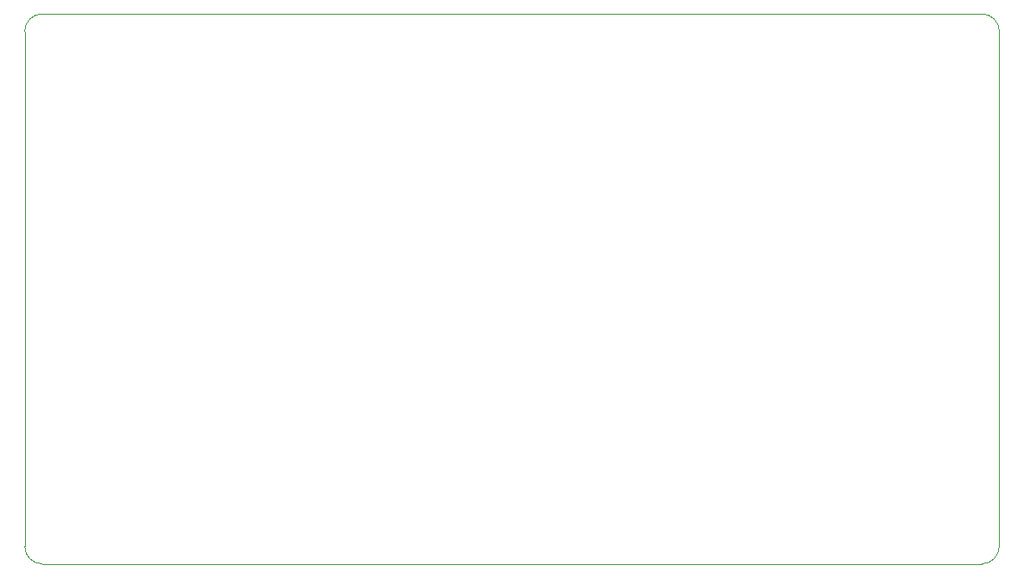
<source format=gm1>
G04 #@! TF.GenerationSoftware,KiCad,Pcbnew,6.0.0-rc2*
G04 #@! TF.CreationDate,2022-06-25T16:15:40-07:00*
G04 #@! TF.ProjectId,RP2040_motor-rounded,52503230-3430-45f6-9d6f-746f722d726f,REV1*
G04 #@! TF.SameCoordinates,Original*
G04 #@! TF.FileFunction,Profile,NP*
%FSLAX46Y46*%
G04 Gerber Fmt 4.6, Leading zero omitted, Abs format (unit mm)*
G04 Created by KiCad (PCBNEW 6.0.0-rc2) date 2022-06-25 16:15:40*
%MOMM*%
%LPD*%
G01*
G04 APERTURE LIST*
G04 #@! TA.AperFunction,Profile*
%ADD10C,0.050000*%
G04 #@! TD*
G04 APERTURE END LIST*
D10*
X70450000Y-120250000D02*
X70450000Y-69750000D01*
X164200000Y-122000000D02*
G75*
G03*
X165950000Y-120250000I0J1750000D01*
G01*
X164200000Y-122000000D02*
X72200000Y-122000000D01*
X72200000Y-68000000D02*
G75*
G03*
X70450000Y-69750000I0J-1750000D01*
G01*
X165950000Y-69750000D02*
G75*
G03*
X164200000Y-68000000I-1750000J0D01*
G01*
X70450000Y-120250000D02*
G75*
G03*
X72200000Y-122000000I1750000J0D01*
G01*
X164200000Y-68000000D02*
X72200000Y-68000000D01*
X165950000Y-69750000D02*
X165950000Y-120250000D01*
M02*

</source>
